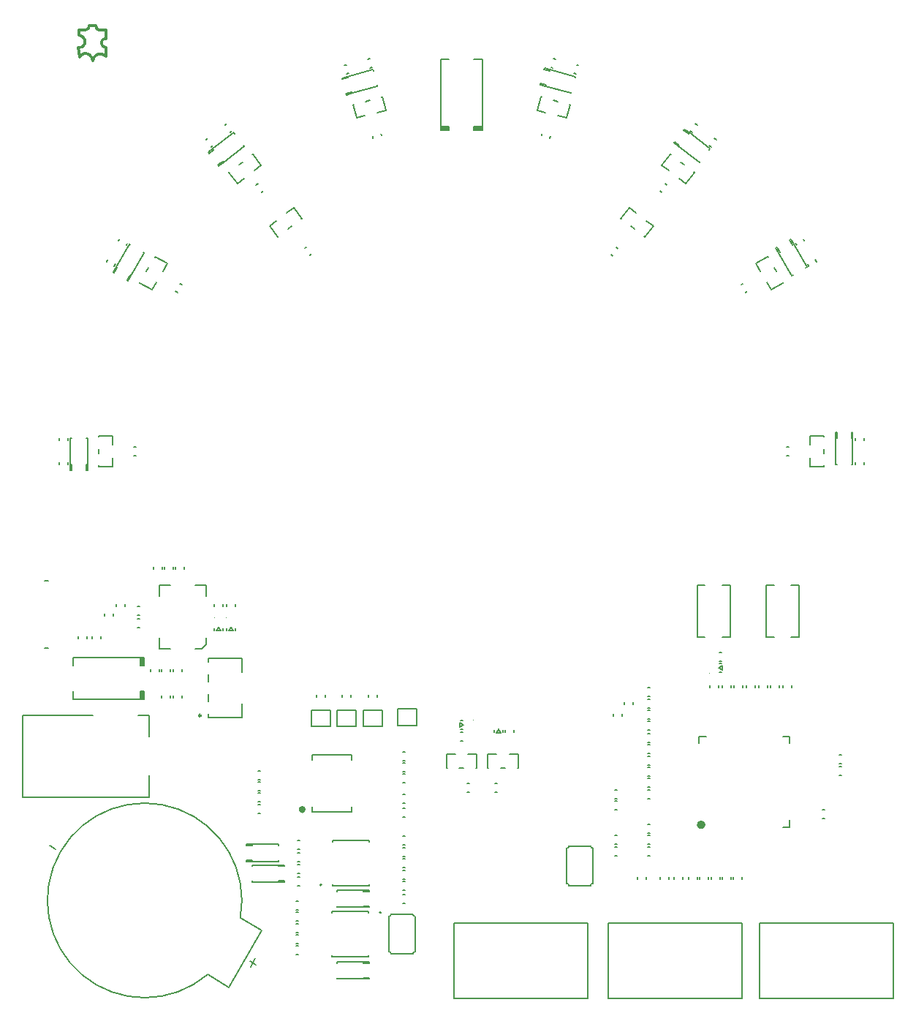
<source format=gbr>
*
*
G04 PADS VX.2.4 Build Number: 11695987 generated Gerber (RS-274-X) file*
G04 PC Version=2.1*
*
%IN "Hdd_Clock.pcb"*%
*
%MOIN*%
*
%FSLAX35Y35*%
*
*
*
*
G04 PC Standard Apertures*
*
*
G04 Thermal Relief Aperture macro.*
%AMTER*
1,1,$1,0,0*
1,0,$1-$2,0,0*
21,0,$3,$4,0,0,45*
21,0,$3,$4,0,0,135*
%
*
*
G04 Annular Aperture macro.*
%AMANN*
1,1,$1,0,0*
1,0,$2,0,0*
%
*
*
G04 Odd Aperture macro.*
%AMODD*
1,1,$1,0,0*
1,0,$1-0.005,0,0*
%
*
*
G04 PC Custom Aperture Macros*
*
*
*
*
*
*
G04 PC Aperture Table*
*
%ADD010C,0.001*%
%ADD020C,0.01969*%
%ADD021C,0.00591*%
%ADD024C,0.00984*%
%ADD025C,0.00787*%
%ADD026C,0.01575*%
%ADD028C,0.01181*%
%ADD029C,0.00394*%
%ADD067C,0.005*%
%ADD094C,0.006*%
%ADD095C,0.00669*%
*
*
*
*
G04 PC Circuitry*
G04 Layer Name Hdd_Clock.pcb - circuitry*
%LPD*%
*
*
G04 PC Custom Flashes*
G04 Layer Name Hdd_Clock.pcb - flashes*
%LPD*%
*
*
G04 PC Circuitry*
G04 Layer Name Hdd_Clock.pcb - circuitry*
%LPD*%
*
G54D10*
G54D20*
G01X703937Y181693D02*
G75*
G03X703937I-984J0D01*
G54D21*
G01X423228Y345965D02*
Y343307D01*
X422638*
Y345965*
X423228*
X422638D02*
X423228D01*
Y357972*
X422638*
X415354Y345965D02*
Y343307D01*
X415945*
Y345965*
X415354*
X415945D02*
X415354D01*
Y357972*
X415945*
X443065Y432005D02*
X441737Y429704D01*
X441225Y429999*
X442554Y432300*
X443065Y432005*
X442554Y432300D02*
X443065Y432005D01*
X449069Y442404*
X448558Y442700*
X436246Y435942D02*
X434918Y433641D01*
X435429Y433345*
X436758Y435647*
X436246Y435942*
X436758Y435647D02*
X436246Y435942D01*
X442250Y446341*
X442762Y446046*
X543780Y515078D02*
X541213Y514390D01*
X541213D02*
X541060Y514961D01*
X543627Y515649*
X543780Y515078*
X543627Y515649D02*
X543780Y515078D01*
X555379Y518186*
X555226Y518757*
X541742Y522684D02*
X539175Y521996D01*
X539328Y521426*
X541895Y522114*
X541742Y522684*
X541895Y522114D02*
X541742Y522684D01*
X553341Y525792*
X553494Y525221*
X557480Y234055D02*
X548819D01*
Y226575*
X557480*
Y234055*
X573228Y234449D02*
X564567D01*
Y226969*
X573228*
Y234449*
X428396Y345419D02*
Y345069D01*
X434696*
Y349069*
X428396Y358519D02*
Y358869D01*
X434696*
Y354869*
X428396Y350969D02*
Y352969D01*
X619148Y207530D02*
X619498D01*
Y213830*
X615498*
X606048Y207530D02*
X605698D01*
Y213830*
X609698*
X613598Y207530D02*
X611598D01*
X447268Y428948D02*
X447093Y428645D01*
X452549Y425495*
X454549Y428959*
X453818Y440293D02*
X453993Y440596D01*
X459449Y437446*
X457449Y433982*
X450043Y433755D02*
X451043Y435487D01*
X544590Y509945D02*
X544252Y509855D01*
X545882Y503769*
X549746Y504805*
X557244Y513336D02*
X557582Y513426D01*
X559212Y507341*
X555349Y506306*
X549951Y511382D02*
X551883Y511899D01*
X630158Y513336D02*
X629820Y513426D01*
X628189Y507341*
X632053Y506306*
X642812Y509945D02*
X643150Y509855D01*
X641519Y503769*
X637655Y504805*
X635519Y511899D02*
X637451Y511382D01*
X733584Y440293D02*
X733409Y440596D01*
X727953Y437446*
X729953Y433982*
X740134Y428948D02*
X740309Y428645D01*
X734853Y425495*
X732853Y428959*
X736359Y435487D02*
X737359Y433755D01*
X759006Y358519D02*
Y358869D01*
X752706*
Y354869*
X759006Y345419D02*
Y345069D01*
X752706*
Y349069*
X759006Y352969D02*
Y350969D01*
X487873Y479126D02*
X487596Y478913D01*
X491431Y473915*
X494604Y476350*
X498266Y487101D02*
X498544Y487314D01*
X502379Y482316*
X499206Y479881*
X492276Y482505D02*
X493863Y483722D01*
X689135Y487101D02*
X688858Y487314D01*
X685023Y482316*
X688196Y479881*
X699528Y479126D02*
X699806Y478913D01*
X695971Y473915*
X692797Y476350*
X693539Y483722D02*
X695125Y482505D01*
X600251Y207530D02*
X600601D01*
Y213830*
X596601*
X587151Y207530D02*
X586801D01*
Y213830*
X590801*
X594701Y207530D02*
X592701D01*
X416535Y242717D02*
Y238976D01*
X447244*
Y242717*
X449016*
Y238976*
X447244*
Y242717*
X447638Y242323D02*
X448622D01*
Y239370*
X447638*
Y242323*
X448031Y242717D02*
X448228D01*
Y239764*
X448031*
Y242717*
X416535Y254134D02*
Y257874D01*
X447244*
Y254134*
X449016*
Y257874*
X447244*
Y254134*
X447638Y254528D02*
X448622D01*
Y257480*
X447638*
Y254528*
X448031Y254134D02*
X448228D01*
Y257087*
X448031*
Y254134*
X594201Y229165D02*
X593201D01*
X594201Y225165D02*
X593201D01*
X594451Y227165D02*
X592951Y228165D01*
Y226165*
X594451Y227165*
X608630Y224909D02*
Y223909D01*
X612630Y224909D02*
Y223909D01*
X610630Y225159D02*
X609630Y223659D01*
X611630*
X610630Y225159*
X711311Y251150D02*
X712311D01*
X711311Y255150D02*
X712311D01*
X711061Y253150D02*
X712561Y252150D01*
Y254150*
X711061Y253150*
X481071Y271366D02*
Y270366D01*
X485071Y271366D02*
Y270366D01*
X483071Y271616D02*
X482071Y270116D01*
X484071*
X483071Y271616*
X486583Y271366D02*
Y270366D01*
X490583Y271366D02*
Y270366D01*
X488583Y271616D02*
X487583Y270116D01*
X489583*
X488583Y271616*
X632023Y518186D02*
X629456Y518874D01*
X629609Y519444*
X632176Y518757*
X632023Y518186*
X632176Y518757D02*
X632023Y518186D01*
X643622Y515078*
X643775Y515649*
X634061Y525792D02*
X631494Y526480D01*
X631341Y525909*
X633908Y525221*
X634061Y525792*
X633908Y525221D02*
X634061Y525792D01*
X645660Y522684*
X645507Y522114*
X738332Y442404D02*
X737004Y444706D01*
X737515Y445001*
X738844Y442700*
X738332Y442404*
X738844Y442700D02*
X738332Y442404D01*
X744336Y432005*
X744848Y432300*
X745151Y446341D02*
X743823Y448643D01*
X743311Y448347*
X744640Y446046*
X745151Y446341*
X744640Y446046D02*
X745151Y446341D01*
X751155Y435942*
X750644Y435647*
X764173Y357972D02*
Y360630D01*
X764764*
Y357972*
X764173*
X764764D02*
X764173D01*
Y345965*
X764764*
X772047Y357972D02*
Y360630D01*
X771457*
Y357972*
X772047*
X771457D02*
X772047D01*
Y345965*
X771457*
X485160Y483558D02*
X483052Y481941D01*
X482693Y482409*
X484801Y484027*
X485160Y483558*
X484801Y484027D02*
X485160Y483558D01*
X485160D02*
X494687Y490868D01*
X494327Y491337*
X480367Y489805D02*
X478259Y488188D01*
X478618Y487719*
X480727Y489337*
X480367Y489805*
X480727Y489337D02*
X480367Y489805D01*
X489894Y497115*
X490253Y496647*
X692715Y490868D02*
X690606Y492486D01*
X690966Y492955*
X693074Y491337*
X692715Y490868*
X693074Y491337D02*
X692715Y490868D01*
X702241Y483558*
X702601Y484027*
X697508Y497115D02*
X695400Y498733D01*
X695040Y498264*
X697148Y496647*
X697508Y497115*
X697148Y496647D02*
X697508Y497115D01*
X707034Y489805*
X706675Y489337*
X510335Y163386D02*
X512992D01*
Y162795*
X510335*
Y163386*
Y162795D02*
Y163386D01*
X498327*
Y162795*
X510335Y155512D02*
X512992D01*
Y156102*
X510335*
Y155512*
Y156102D02*
Y155512D01*
X498327*
Y156102*
Y164961D02*
X495669D01*
Y165551*
X498327*
Y164961*
Y165551D02*
Y164961D01*
X510335*
Y165551*
X498327Y172835D02*
X495669D01*
Y172244*
X498327*
Y172835*
Y172244D02*
Y172835D01*
X510335*
Y172244*
X548917Y119291D02*
X551575D01*
Y118701*
X548917*
Y119291*
Y118701D02*
Y119291D01*
X536909*
Y118701*
X548917Y111417D02*
X551575D01*
Y112008*
X548917*
Y111417*
Y112008D02*
Y111417D01*
X536909*
Y112008*
X548917Y151969D02*
X551575D01*
Y151378*
X548917*
Y151969*
Y151378D02*
Y151969D01*
X536909*
Y151378*
X548917Y144094D02*
X551575D01*
Y144685*
X548917*
Y144094*
Y144685D02*
Y144094D01*
X536909*
Y144685*
X537008Y226575D02*
X545669D01*
Y234055*
X537008*
Y226575*
X525197D02*
X533858D01*
Y234055*
X525197*
Y226575*
X520735Y457819D02*
X521012Y458032D01*
X517177Y463031*
X514004Y460595*
X510342Y449845D02*
X510064Y449631D01*
X506229Y454630*
X509402Y457065*
X516332Y454441D02*
X514745Y453223D01*
X677060Y449845D02*
X677337Y449631D01*
X681173Y454630*
X677999Y457065*
X666667Y457819D02*
X666389Y458032D01*
X670224Y463031*
X673398Y460595*
X672657Y453223D02*
X671070Y454441D01*
X478150Y232283D02*
Y230512D01*
X493504*
Y236811*
X478150Y255906D02*
Y257677D01*
X493504*
Y251378*
X478150Y237795D02*
Y241339D01*
Y246850D02*
Y250394D01*
X551181Y141535D02*
Y142126D01*
X534646*
Y141535*
Y122244D02*
Y121654D01*
X551181*
Y122244*
X535039Y154528D02*
Y153937D01*
X551575*
Y154528*
Y173819D02*
Y174409D01*
X535039*
Y173819*
X587992Y530709D02*
X584252D01*
Y500000*
X587992*
Y498228*
X584252*
Y500000*
X587992*
X587598Y499606D02*
Y498622D01*
X584646*
Y499606*
X587598*
X587992Y499213D02*
Y499016D01*
X585039*
Y499213*
X587992*
X599409Y530709D02*
X603150D01*
Y500000*
X599409*
Y498228*
X603150*
Y500000*
X599409*
X599803Y499606D02*
Y498622D01*
X602756*
Y499606*
X599803*
X599409Y499213D02*
Y499016D01*
X602362*
Y499213*
X599409*
X740157Y180709D02*
X743307D01*
Y183858*
X705118Y222047D02*
X701969D01*
Y218898*
X743307D02*
Y222047D01*
X740157*
X525591Y189862D02*
Y187500D01*
X543701*
Y189862*
Y211122D02*
Y213484D01*
X525591*
Y211122*
G54D24*
X474902Y231496D02*
G03X474902I-493J0D01*
G54D25*
G01X712598Y290945D02*
X716142D01*
Y267323*
X712598*
X704724D02*
X701181D01*
Y290945*
X704724*
X736220Y267323D02*
X732677D01*
Y290945*
X736220*
X744094D02*
X747638D01*
Y267323*
X744094*
X651169Y102413D02*
Y136913D01*
X590169*
Y102413*
X651169*
X451280Y204134D02*
Y194390D01*
X393602*
Y231594*
X425591*
X446260D02*
X451280D01*
Y221850*
X790539Y102413D02*
Y136913D01*
X729539*
Y102413*
X790539*
X721642D02*
Y136913D01*
X660642*
Y102413*
X721642*
X487761Y107713D02*
X477873Y113422D01*
X487761Y107713D02*
X502722Y133626D01*
X492834Y139334*
X492831Y139317D02*
G03X477887Y113433I-43618J7927D01*
G01X405315Y262205D02*
X403740D01*
X405315Y292913D02*
X403740D01*
X557087Y141732D02*
G03X557087I-394J0D01*
G01X529921Y154331D02*
G03X529921I-393J0D01*
G01X497441Y116927D02*
X499656Y120763D01*
X497154Y119651D02*
X499943Y118040D01*
X405948Y172308D02*
X408738Y170697D01*
G54D26*
X521850Y188681D02*
G03X521850I-787J0D01*
G54D28*
G01X431496Y540059D02*
Y543842D01*
X428267*
X427082Y545814D02*
G03X428267Y543842I1692J-326D01*
G01X427082Y545814D02*
X423996D01*
X422241Y543842D02*
G03X423996Y545815I-330J2061D01*
G01X422241Y543842D02*
X419221D01*
X419169Y541535*
X422084Y537911D02*
G03X419170Y541535I-3213J400D01*
G01X418996Y535831D02*
G03X422084Y537910I443J2675D01*
G01X418996Y535831D02*
X419522Y531627D01*
X423962Y532656D02*
G03X419522Y531627I-1733J-2617D01*
G01X425636Y529874D02*
G03X423962Y532656I-3998J-512D01*
G01X431495Y532012D02*
G03X425636Y529868I-2470J-2327D01*
G01X431496Y532011D02*
Y535964D01*
Y540059D02*
G03Y535964I-43J-2048D01*
G54D29*
G01X599098Y229465D02*
G03X599098I-197J0D01*
G01X608527Y229609D02*
G03X608527I-197J0D01*
G01X706808Y250850D02*
G03X706808I-197J0D01*
G01X480968Y276066D02*
G03X480968I-197J0D01*
G01X486480D02*
G03X486480I-197J0D01*
G54D67*
G01X641732Y171047D02*
G03X642732Y172047I0J1000D01*
G01X641732Y171047D02*
Y154937D01*
X642732Y153937D02*
G03X641732Y154937I-1000J0D01*
G01X642732Y153937D02*
X652543D01*
X653543Y154937D02*
G03X652543Y153937I0J-1000D01*
G01X653543Y154937D02*
Y171047D01*
X652543Y172047D02*
G03X653543Y171047I1000J0D01*
G01X652543Y172047D02*
X642732D01*
X560630Y139945D02*
G03X561630Y140945I-0J1000D01*
G01X560630Y139945D02*
Y123835D01*
X561630Y122835D02*
G03X560630Y123835I-1000J-0D01*
G01X561630Y122835D02*
X571441D01*
X572441Y123835D02*
G03X571441Y122835I-0J-1000D01*
G01X572441Y123835D02*
Y139945D01*
X571441Y140945D02*
G03X572441Y139945I1000J-0D01*
G01X571441Y140945D02*
X561630D01*
G54D94*
X541373Y523923D02*
X542339Y524182D01*
X540338Y527787D02*
X541304Y528046D01*
X634432Y526938D02*
X635398Y526679D01*
X635468Y530801D02*
X636434Y530543D01*
X479561Y490629D02*
X480354Y491237D01*
X477126Y493802D02*
X477919Y494411D01*
X697992Y497930D02*
X698785Y497322D01*
X700427Y501104D02*
X701220Y500495D01*
X746049Y446677D02*
X746549Y445811D01*
X749514Y448677D02*
X750014Y447811D01*
X773197Y357980D02*
Y356980D01*
X777197Y357980D02*
Y356980D01*
X414205Y345957D02*
Y346957D01*
X410205Y345957D02*
Y346957D01*
X435340Y436362D02*
X435840Y437228D01*
X431876Y438362D02*
X432376Y439228D01*
X414205Y356980D02*
Y357980D01*
X410205Y356980D02*
Y357980D01*
X440852Y445811D02*
X441352Y446677D01*
X437388Y447811D02*
X437888Y448677D01*
X488222Y497322D02*
X489016Y497930D01*
X485787Y500495D02*
X486581Y501104D01*
X706654Y491237D02*
X707447Y490629D01*
X709089Y494411D02*
X709882Y493802D01*
X552003Y526679D02*
X552969Y526938D01*
X550968Y530543D02*
X551934Y530801D01*
X645062Y524182D02*
X646028Y523923D01*
X646098Y528046D02*
X647064Y527787D01*
X751561Y437228D02*
X752061Y436362D01*
X755025Y439228D02*
X755525Y438362D01*
X608949Y196425D02*
X609949D01*
X608949Y200425D02*
X609949D01*
X445382Y353969D02*
X444382D01*
X445382Y349969D02*
X444382D01*
X613748Y224909D02*
Y223909D01*
X617748Y224909D02*
Y223909D01*
X500847Y473800D02*
X500053Y473191D01*
X503282Y470626D02*
X502488Y470017D01*
X687348Y473191D02*
X686555Y473800D01*
X684913Y470017D02*
X684120Y470626D01*
X518791Y164929D02*
X519791D01*
X518791Y168929D02*
X519791D01*
Y163417D02*
X518791D01*
X519791Y159417D02*
X518791D01*
X566823Y167291D02*
X567823D01*
X566823Y171291D02*
X567823D01*
Y189402D02*
X566823D01*
X567823Y185402D02*
X566823D01*
Y162173D02*
X567823D01*
X566823Y166173D02*
X567823D01*
X688220Y156980D02*
Y157980D01*
X684220Y156980D02*
Y157980D01*
X677984Y156980D02*
Y157980D01*
X673984Y156980D02*
Y157980D01*
X466253Y427860D02*
X465387Y428360D01*
X464253Y424396D02*
X463387Y424896D01*
X729102Y245382D02*
Y244382D01*
X733102Y245382D02*
Y244382D01*
X445957Y271622D02*
X446957D01*
X445957Y275622D02*
X446957D01*
X445957Y277134D02*
X446957D01*
X445957Y281134D02*
X446957D01*
X485071Y281390D02*
Y282390D01*
X481071Y281390D02*
Y282390D01*
X490583Y281390D02*
Y282390D01*
X486583Y281390D02*
Y282390D01*
X557245Y495751D02*
X556986Y496717D01*
X553381Y494716D02*
X553122Y495682D01*
X634020Y494716D02*
X634279Y495682D01*
X630157Y495751D02*
X630416Y496717D01*
X773197Y346957D02*
Y345957D01*
X777197Y346957D02*
Y345957D01*
X723149Y424396D02*
X724015Y424896D01*
X721149Y427860D02*
X722015Y428360D01*
X742020Y349969D02*
X743020D01*
X742020Y353969D02*
X743020D01*
X522896Y445064D02*
X522103Y444455D01*
X525331Y441891D02*
X524538Y441282D01*
X665059Y444143D02*
X664266Y444752D01*
X662624Y440969D02*
X661831Y441578D01*
X594201Y224047D02*
X593201D01*
X594201Y220047D02*
X593201D01*
X744126Y244382D02*
Y245382D01*
X740126Y244382D02*
Y245382D01*
X758161Y184614D02*
X759161D01*
X758161Y188614D02*
X759161D01*
X697213Y157980D02*
Y156980D01*
X701213Y157980D02*
Y156980D01*
X679634Y223260D02*
X678634D01*
X679634Y219260D02*
X678634D01*
X690520Y157980D02*
Y156980D01*
X694520Y157980D02*
Y156980D01*
X519398Y146882D02*
X518398D01*
X519398Y142882D02*
X518398D01*
X501075Y197213D02*
X502075D01*
X501075Y201213D02*
X502075D01*
X501075Y202331D02*
X502075D01*
X501075Y206331D02*
X502075D01*
X567823Y209874D02*
X566823D01*
X567823Y205874D02*
X566823D01*
X567823Y204756D02*
X566823D01*
X567823Y200756D02*
X566823D01*
X663673Y188551D02*
X664673D01*
X663673Y192551D02*
X664673D01*
X663673Y193669D02*
X664673D01*
X663673Y197669D02*
X664673D01*
X663673Y167685D02*
X664673D01*
X663673Y171685D02*
X664673D01*
X663673Y172803D02*
X664673D01*
X663673Y176803D02*
X664673D01*
X712311Y260268D02*
X711311D01*
X712311Y256268D02*
X711311D01*
X679634Y176803D02*
X678634D01*
X679634Y172803D02*
X678634D01*
X702331Y157980D02*
Y156980D01*
X706331Y157980D02*
Y156980D01*
X462173Y252469D02*
Y251469D01*
X466173Y252469D02*
Y251469D01*
X457055Y252469D02*
Y251469D01*
X461055Y252469D02*
Y251469D01*
X462173Y240657D02*
Y239657D01*
X466173Y240657D02*
Y239657D01*
X457055Y240657D02*
Y239657D01*
X461055Y240657D02*
Y239657D01*
X566823Y151937D02*
X567823D01*
X566823Y155937D02*
X567823D01*
X519791Y174441D02*
X518791D01*
X519791Y170441D02*
X518791D01*
Y153906D02*
X519791D01*
X518791Y157906D02*
X519791D01*
X566823Y172409D02*
X567823D01*
X566823Y176409D02*
X567823D01*
X716567Y156980D02*
Y157980D01*
X712567Y156980D02*
Y157980D01*
X457118Y298319D02*
Y299319D01*
X453118Y298319D02*
Y299319D01*
X467354Y298319D02*
Y299319D01*
X463354Y298319D02*
Y299319D01*
X435071Y277059D02*
Y278059D01*
X431071Y277059D02*
Y278059D01*
X440189Y281390D02*
Y282390D01*
X436189Y281390D02*
Y282390D01*
X418866Y267429D02*
Y266429D01*
X422866Y267429D02*
Y266429D01*
X462236Y298319D02*
Y299319D01*
X458236Y298319D02*
Y299319D01*
X711055Y244382D02*
Y245382D01*
X707055Y244382D02*
Y245382D01*
X679634Y218142D02*
X678634D01*
X679634Y214142D02*
X678634D01*
X519398Y141764D02*
X518398D01*
X519398Y137764D02*
X518398D01*
X707449Y157980D02*
Y156980D01*
X711449Y157980D02*
Y156980D01*
X566823Y210992D02*
X567823D01*
X566823Y214992D02*
X567823D01*
X425165Y267429D02*
Y266429D01*
X429165Y267429D02*
Y266429D01*
X455937Y251469D02*
Y252469D01*
X451937Y251469D02*
Y252469D01*
X566823Y157055D02*
X567823D01*
X566823Y161055D02*
X567823D01*
X712567Y245382D02*
Y244382D01*
X716567Y245382D02*
Y244382D01*
X679634Y181921D02*
X678634D01*
X679634Y177921D02*
X678634D01*
X679634Y171685D02*
X678634D01*
X679634Y167685D02*
X678634D01*
X597350Y200425D02*
X596350D01*
X597350Y196425D02*
X596350D01*
X679634Y197669D02*
X678634D01*
X679634Y193669D02*
X678634D01*
X679634Y202787D02*
X678634D01*
X679634Y198787D02*
X678634D01*
X679634Y207906D02*
X678634D01*
X679634Y203906D02*
X678634D01*
X679634Y213024D02*
X678634D01*
X679634Y209024D02*
X678634D01*
X567823Y150031D02*
X566823D01*
X567823Y146031D02*
X566823D01*
X722079Y244382D02*
Y245382D01*
X718079Y244382D02*
Y245382D01*
X727591Y244382D02*
Y245382D01*
X723591Y244382D02*
Y245382D01*
X766035Y209417D02*
X767035D01*
X766035Y213417D02*
X767035D01*
X766035Y204299D02*
X767035D01*
X766035Y208299D02*
X767035D01*
X518398Y127528D02*
X519398D01*
X518398Y131528D02*
X519398D01*
Y126409D02*
X518398D01*
X519398Y122409D02*
X518398D01*
Y132646D02*
X519398D01*
X518398Y136646D02*
X519398D01*
X717685Y157980D02*
Y156980D01*
X721685Y157980D02*
Y156980D01*
X501075Y192094D02*
X502075D01*
X501075Y196094D02*
X502075D01*
X501075Y186976D02*
X502075D01*
X501075Y190976D02*
X502075D01*
X566823Y191701D02*
X567823D01*
X566823Y195701D02*
X567823D01*
X531528Y240051D02*
Y241051D01*
X527528Y240051D02*
Y241051D01*
X543339Y240051D02*
Y241051D01*
X539339Y240051D02*
Y241051D01*
X555150Y240051D02*
Y241051D01*
X551150Y240051D02*
Y241051D01*
X734614Y245382D02*
Y244382D01*
X738614Y245382D02*
Y244382D01*
X668079Y237508D02*
Y236508D01*
X672079Y237508D02*
Y236508D01*
X666961Y231390D02*
Y232390D01*
X662961Y231390D02*
Y232390D01*
X678634Y224772D02*
X679634D01*
X678634Y228772D02*
X679634D01*
X678634Y240126D02*
X679634D01*
X678634Y244126D02*
X679634D01*
X678634Y235008D02*
X679634D01*
X678634Y239008D02*
X679634D01*
X678634Y229890D02*
X679634D01*
X678634Y233890D02*
X679634D01*
G54D95*
X472244Y262008D02*
X475197D01*
X477165Y263976*
Y266929*
Y285827D02*
Y290748D01*
X472244*
X460827D02*
X455906D01*
Y285827*
Y266929D02*
Y262008D01*
X460827*
G74*
X0Y0D02*
M02*

</source>
